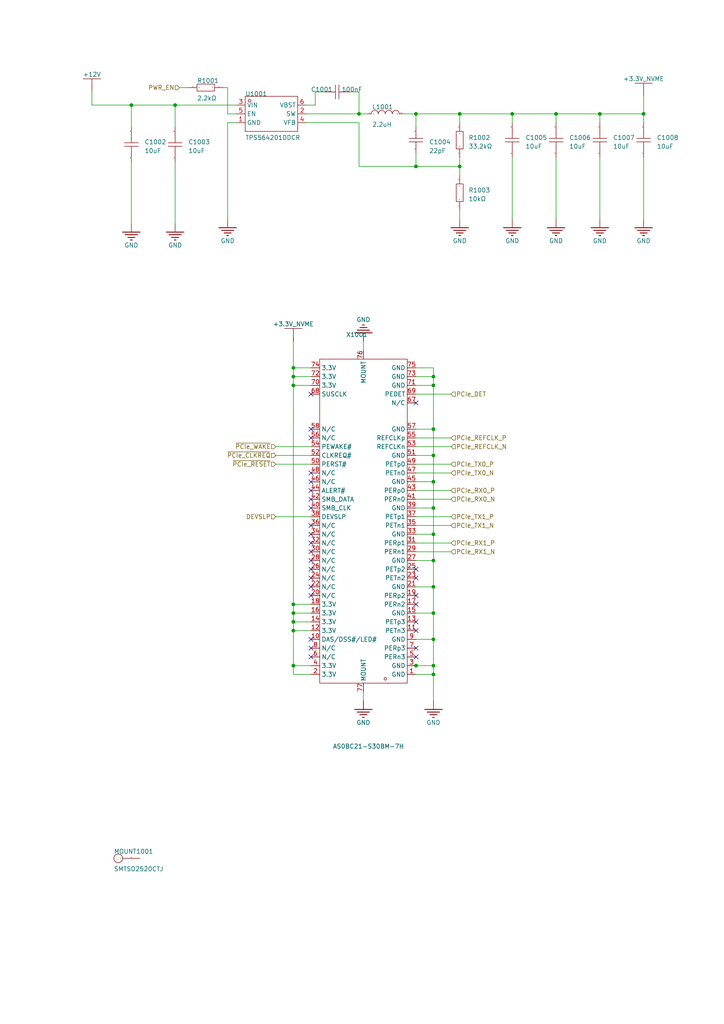
<source format=kicad_sch>
(kicad_sch (version 20250114) (generator "eeschema") (generator_version "9.0")
  (paper "A4" portrait)
  (lib_symbols
    (symbol "mainboard:0402B104K250NT"
      (property "Reference" "C" (at 0 0 0))
      (symbol "0402B104K250NT_1_0"
        (polyline (pts (xy -1.27 0) (xy -0.508 0)))
        (polyline (pts (xy -0.508 2.032) (xy -0.508 -2.032)))
        (polyline (pts (xy 0.508 2.032) (xy 0.508 -2.032)))
        (polyline (pts (xy 0.508 0) (xy 1.27 0)))
        (pin input line (at -3.81 0 0) (length 2.54) (name "1") (number "1"))
        (pin input line (at 3.81 0 180) (length 2.54) (name "2") (number "2"))
      )
    )
    (symbol "mainboard:0402CG220J500NT"
      (property "Reference" "C" (at 0 0 0))
      (symbol "0402CG220J500NT_1_0"
        (polyline (pts (xy -1.27 0) (xy -0.508 0)))
        (polyline (pts (xy -0.508 2.032) (xy -0.508 -2.032)))
        (polyline (pts (xy 0.508 2.032) (xy 0.508 -2.032)))
        (polyline (pts (xy 0.508 0) (xy 1.27 0)))
        (pin input line (at -3.81 0 0) (length 2.54) (name "1") (number "1"))
        (pin input line (at 3.81 0 180) (length 2.54) (name "2") (number "2"))
      )
    )
    (symbol "mainboard:0402WGF3322TCE"
      (property "Reference" "R" (at 0 0 0))
      (symbol "0402WGF3322TCE_1_0"
        (rectangle (start -2.54 -1.016) (end 2.54 1.016))
        (pin input line (at -5.08 0 0) (length 2.54) (name "1") (number "1"))
        (pin input line (at 5.08 0 180) (length 2.54) (name "2") (number "2"))
      )
    )
    (symbol "mainboard:AS0BC21-S30BM-7H"
      (symbol "AS0BC21-S30BM-7H_1_0"
        (rectangle (start -12.7 43.18) (end 12.7 -50.8))
        (circle (center 6.35 -49.53) (radius 0.381))
        (pin input line (at -15.24 40.64 0) (length 2.54) (name "3.3V") (number "74"))
        (pin input line (at -15.24 38.1 0) (length 2.54) (name "3.3V") (number "72"))
        (pin input line (at -15.24 35.56 0) (length 2.54) (name "3.3V") (number "70"))
        (pin input line (at -15.24 33.02 0) (length 2.54) (name "SUSCLK") (number "68"))
        (pin input line (at -15.24 22.86 0) (length 2.54) (name "N/C") (number "58"))
        (pin input line (at -15.24 20.32 0) (length 2.54) (name "N/C") (number "56"))
        (pin input line (at -15.24 17.78 0) (length 2.54) (name "PEWAKE#") (number "54"))
        (pin input line (at -15.24 15.24 0) (length 2.54) (name "CLKREQ#") (number "52"))
        (pin input line (at -15.24 12.7 0) (length 2.54) (name "PERST#") (number "50"))
        (pin input line (at -15.24 10.16 0) (length 2.54) (name "N/C") (number "48"))
        (pin input line (at -15.24 7.5946 0) (length 2.54) (name "N/C") (number "46"))
        (pin input line (at -15.24 5.0546 0) (length 2.54) (name "ALERT#") (number "44"))
        (pin input line (at -15.24 2.5146 0) (length 2.54) (name "SMB_DATA") (number "42"))
        (pin input line (at -15.24 0 0) (length 2.54) (name "SMB_CLK") (number "40"))
        (pin input line (at -15.24 -2.54 0) (length 2.54) (name "DEVSLP") (number "38"))
        (pin input line (at -15.24 -5.08 0) (length 2.54) (name "N/C") (number "36"))
        (pin input line (at -15.24 -7.62 0) (length 2.54) (name "N/C") (number "34"))
        (pin input line (at -15.24 -10.16 0) (length 2.54) (name "N/C") (number "32"))
        (pin input line (at -15.24 -12.7 0) (length 2.54) (name "N/C") (number "30"))
        (pin input line (at -15.24 -15.24 0) (length 2.54) (name "N/C") (number "28"))
        (pin input line (at -15.24 -17.78 0) (length 2.54) (name "N/C") (number "26"))
        (pin input line (at -15.24 -20.32 0) (length 2.54) (name "N/C") (number "24"))
        (pin input line (at -15.24 -22.86 0) (length 2.54) (name "N/C") (number "22"))
        (pin input line (at -15.24 -25.4 0) (length 2.54) (name "N/C") (number "20"))
        (pin input line (at -15.24 -27.94 0) (length 2.54) (name "3.3V") (number "18"))
        (pin input line (at -15.24 -30.48 0) (length 2.54) (name "3.3V") (number "16"))
        (pin input line (at -15.24 -33.02 0) (length 2.54) (name "3.3V") (number "14"))
        (pin input line (at -15.24 -35.56 0) (length 2.54) (name "3.3V") (number "12"))
        (pin input line (at -15.24 -38.1 0) (length 2.54) (name "DAS/DSS#/LED#") (number "10"))
        (pin input line (at -15.2146 -40.64 0) (length 2.54) (name "N/C") (number "8"))
        (pin input line (at -15.2146 -43.18 0) (length 2.54) (name "N/C") (number "6"))
        (pin input line (at -15.2146 -45.72 0) (length 2.54) (name "3.3V") (number "4"))
        (pin input line (at -15.2146 -48.26 0) (length 2.54) (name "3.3V") (number "2"))
        (pin input line (at 0 45.72 270) (length 2.54) (name "MOUNT") (number "76"))
        (pin input line (at 0 -53.34 90) (length 2.54) (name "MOUNT") (number "77"))
        (pin input line (at 15.2146 40.64 180) (length 2.54) (name "GND") (number "75"))
        (pin input line (at 15.2146 38.1 180) (length 2.54) (name "GND") (number "73"))
        (pin input line (at 15.2146 35.56 180) (length 2.54) (name "GND") (number "71"))
        (pin input line (at 15.2146 33.02 180) (length 2.54) (name "PEDET") (number "69"))
        (pin input line (at 15.2146 30.48 180) (length 2.54) (name "N/C") (number "67"))
        (pin input line (at 15.2146 22.86 180) (length 2.54) (name "GND") (number "57"))
        (pin input line (at 15.2146 20.32 180) (length 2.54) (name "REFCLKp") (number "55"))
        (pin input line (at 15.2146 17.78 180) (length 2.54) (name "REFCLKn") (number "53"))
        (pin input line (at 15.2146 15.24 180) (length 2.54) (name "GND") (number "51"))
        (pin input line (at 15.2146 12.7 180) (length 2.54) (name "PETp0") (number "49"))
        (pin input line (at 15.2146 10.16 180) (length 2.54) (name "PETn0") (number "47"))
        (pin input line (at 15.2146 7.62 180) (length 2.54) (name "GND") (number "45"))
        (pin input line (at 15.2146 5.08 180) (length 2.54) (name "PERp0") (number "43"))
        (pin input line (at 15.2146 2.54 180) (length 2.54) (name "PERn0") (number "41"))
        (pin input line (at 15.24 0 180) (length 2.54) (name "GND") (number "39"))
        (pin input line (at 15.24 -2.5146 180) (length 2.54) (name "PETp1") (number "37"))
        (pin input line (at 15.24 -5.0546 180) (length 2.54) (name "PETn1") (number "35"))
        (pin input line (at 15.24 -7.5946 180) (length 2.54) (name "GND") (number "33"))
        (pin input line (at 15.24 -10.1346 180) (length 2.54) (name "PERp1") (number "31"))
        (pin input line (at 15.24 -12.6746 180) (length 2.54) (name "PERn1") (number "29"))
        (pin input line (at 15.24 -15.2146 180) (length 2.54) (name "GND") (number "27"))
        (pin input line (at 15.24 -17.7546 180) (length 2.54) (name "PETp2") (number "25"))
        (pin input line (at 15.24 -20.2946 180) (length 2.54) (name "PETn2") (number "23"))
        (pin input line (at 15.24 -22.86 180) (length 2.54) (name "GND") (number "21"))
        (pin input line (at 15.24 -25.4 180) (length 2.54) (name "PERp2") (number "19"))
        (pin input line (at 15.24 -27.94 180) (length 2.54) (name "PERn2") (number "17"))
        (pin input line (at 15.24 -30.48 180) (length 2.54) (name "GND") (number "15"))
        (pin input line (at 15.24 -33.02 180) (length 2.54) (name "PETp3") (number "13"))
        (pin input line (at 15.24 -35.56 180) (length 2.54) (name "PETn3") (number "11"))
        (pin input line (at 15.24 -38.1 180) (length 2.54) (name "GND") (number "9"))
        (pin input line (at 15.24 -40.64 180) (length 2.54) (name "PERp3") (number "7"))
        (pin input line (at 15.24 -43.18 180) (length 2.54) (name "PERn3") (number "5"))
        (pin input line (at 15.24 -45.72 180) (length 2.54) (name "GND") (number "3"))
        (pin input line (at 15.24 -48.26 180) (length 2.54) (name "GND") (number "1"))
      )
    )
    (symbol "mainboard:CL10A106MA8NRNC"
      (property "Reference" "C" (at 0 0 0))
      (symbol "CL10A106MA8NRNC_1_0"
        (polyline (pts (xy -0.508 0) (xy -2.54 0)))
        (polyline (pts (xy -0.508 -2.032) (xy -0.508 2.032)))
        (polyline (pts (xy 0.508 2.032) (xy 0.508 -2.032)))
        (polyline (pts (xy 2.54 0) (xy 0.508 0)))
        (pin input line (at -5.08 0 0) (length 2.54) (name "1") (number "1"))
        (pin input line (at 5.08 0 180) (length 2.54) (name "2") (number "2"))
      )
    )
    (symbol "mainboard:FTC322512S2R2MBCD"
      (property "Reference" "L" (at 0 0 0))
      (symbol "FTC322512S2R2MBCD_1_0"
        (arc (start -4.064 0) (mid -3.0226 1.016) (end -2.032 0))
        (arc (start -2.032 0) (mid -0.9906 1.016) (end 0 0))
        (arc (start 0 0) (mid 1.016 1.016) (end 2.032 0))
        (arc (start 2.032 0) (mid 3.048 1.016) (end 4.064 0))
        (pin unspecified line (at -5.08 0 0) (length 1.016) (name "1") (number "1"))
        (pin unspecified line (at 5.08 0 180) (length 1.016) (name "2") (number "2"))
      )
    )
    (symbol "mainboard:Ground-GND" (power) (pin_numbers (hide yes)) (pin_names (hide yes))
      (property "Value" "GND" (at 0 -6.35 0))
      (symbol "Ground-GND_1_0"
        (polyline (pts (xy -2.54 -2.54) (xy 2.54 -2.54)) (stroke (width 0.254)))
        (polyline (pts (xy -1.778 -3.302) (xy 1.778 -3.302)) (stroke (width 0.254)))
        (polyline (pts (xy -1.016 -4.064) (xy 1.016 -4.064)) (stroke (width 0.254)))
        (polyline (pts (xy -0.254 -4.826) (xy 0.254 -4.826)) (stroke (width 0.254)))
        (pin power_in line (at 0 0 270) (length 2.54) (name "") (number "1"))
      )
    )
    (symbol "mainboard:Power-5V" (power) (pin_numbers (hide yes)) (pin_names (hide yes))
      (symbol "Power-5V_1_0"
        (polyline (pts (xy -2.54 3.81) (xy 2.54 3.81)))
        (polyline (pts (xy 0 3.81) (xy 0 1.27)))
        (pin power_in line (at 0 0 90) (length 1.27) (name "+3.3V_NVME") (number "1"))
      )
    )
    (symbol "mainboard:RC0402FR-0710KL"
      (property "Reference" "R" (at 0 0 0))
      (symbol "RC0402FR-0710KL_1_0"
        (rectangle (start -2.54 -1.016) (end 2.54 1.016))
        (pin input line (at -5.08 0 0) (length 2.54) (name "1") (number "1"))
        (pin input line (at 5.08 0 180) (length 2.54) (name "2") (number "2"))
      )
    )
    (symbol "mainboard:RC0402FR-072K2L"
      (property "Reference" "R" (at 0 0 0))
      (symbol "RC0402FR-072K2L_1_0"
        (rectangle (start -2.54 -1.016) (end 2.54 1.016))
        (pin input line (at -5.08 0 0) (length 2.54) (name "1") (number "1"))
        (pin input line (at 5.08 0 180) (length 2.54) (name "2") (number "2"))
      )
    )
    (symbol "mainboard:SMTSO2520CTJ"
      (property "Reference" "U" (at 0 0 0))
      (symbol "SMTSO2520CTJ_1_0"
        (circle (center 0 0) (radius 1.27))
        (pin input line (at 6.35 0 180) (length 5.08) (name "1") (number "1"))
      )
    )
    (symbol "mainboard:TPS564201DDCR"
      (symbol "TPS564201DDCR_1_0"
        (rectangle (start -7.62 -5.08) (end 7.62 5.08))
        (circle (center -6.35 3.81) (radius 0.381))
        (pin unspecified line (at -10.16 2.54 0) (length 2.54) (name "VIN") (number "3"))
        (pin unspecified line (at -10.16 0 0) (length 2.54) (name "EN") (number "5"))
        (pin unspecified line (at -10.16 -2.54 0) (length 2.54) (name "GND") (number "1"))
        (pin unspecified line (at 10.16 2.54 180) (length 2.54) (name "VBST") (number "6"))
        (pin unspecified line (at 10.16 0 180) (length 2.54) (name "SW") (number "2"))
        (pin unspecified line (at 10.16 -2.54 180) (length 2.54) (name "VFB") (number "4"))
      )
    )
  )
  (junction (at 125.73 154.94))
  (junction (at 85.09 106.68))
  (junction (at 133.35 33.02))
  (junction (at 148.59 33.02))
  (junction (at 85.09 193.04))
  (junction (at 125.73 139.7))
  (junction (at 125.73 147.32))
  (junction (at 133.35 48.26))
  (junction (at 125.73 195.58))
  (junction (at 104.14 33.02))
  (junction (at 120.6754 193.04))
  (junction (at 125.73 109.22))
  (junction (at 161.29 33.02))
  (junction (at 85.09 109.22))
  (junction (at 125.73 111.76))
  (junction (at 186.69 33.02))
  (junction (at 85.09 111.76))
  (junction (at 125.73 177.8))
  (junction (at 120.65 33.02))
  (junction (at 125.73 162.56))
  (junction (at 125.73 193.04))
  (junction (at 50.8 30.48))
  (junction (at 125.73 124.46))
  (junction (at 85.09 180.34))
  (junction (at 173.99 33.02))
  (junction (at 38.1 30.48))
  (junction (at 125.73 185.42))
  (junction (at 85.09 175.26))
  (junction (at 125.73 132.08))
  (junction (at 125.73 170.18))
  (junction (at 85.09 177.8))
  (junction (at 85.09 182.88))
  (junction (at 120.65 48.26))
  (no_connect (at 90.1954 137.16))
  (no_connect (at 90.1954 127))
  (no_connect (at 90.1954 154.94))
  (no_connect (at 90.1954 114.3))
  (no_connect (at 90.1954 162.56))
  (no_connect (at 120.65 116.84))
  (no_connect (at 90.1954 157.48))
  (no_connect (at 90.1954 139.7254))
  (no_connect (at 90.1954 167.64))
  (no_connect (at 120.6754 187.96))
  (no_connect (at 120.6754 182.88))
  (no_connect (at 120.6754 190.5))
  (no_connect (at 90.1954 147.32))
  (no_connect (at 120.6754 175.26))
  (no_connect (at 90.1954 170.18))
  (no_connect (at 90.2208 187.96))
  (no_connect (at 90.1954 172.72))
  (no_connect (at 120.6754 172.72))
  (no_connect (at 90.1954 142.2654))
  (no_connect (at 120.6754 180.34))
  (no_connect (at 120.6754 167.6146))
  (no_connect (at 90.2208 190.5))
  (no_connect (at 90.1954 144.8054))
  (no_connect (at 90.1954 185.42))
  (no_connect (at 90.1954 160.02))
  (no_connect (at 120.6754 165.0746))
  (no_connect (at 90.1954 165.1))
  (no_connect (at 90.1954 124.46))
  (no_connect (at 90.1954 152.4))
  (wire (pts (xy 130.81 157.48) (xy 120.6754 157.48)))
  (wire (pts (xy 120.65 48.26) (xy 120.65 44.45)))
  (wire (pts (xy 125.73 177.8) (xy 120.6754 177.8)))
  (wire (pts (xy 85.09 177.8) (xy 90.1954 177.8)))
  (wire (pts (xy 125.73 203.2) (xy 125.73 195.58)))
  (wire (pts (xy 26.67 26.67) (xy 26.67 30.48)))
  (wire (pts (xy 120.65 114.3) (xy 130.81 114.3)))
  (wire (pts (xy 125.73 177.8) (xy 125.73 170.18)))
  (wire (pts (xy 125.73 132.08) (xy 125.73 124.46)))
  (wire (pts (xy 125.73 162.56) (xy 120.65 162.56)))
  (wire (pts (xy 85.09 109.22) (xy 85.09 111.76)))
  (wire (pts (xy 173.99 33.02) (xy 173.99 35.56)))
  (wire (pts (xy 125.73 139.7) (xy 120.6754 139.7)))
  (wire (pts (xy 125.73 109.22) (xy 125.73 106.68)))
  (wire (pts (xy 104.14 33.02) (xy 106.68 33.02)))
  (wire (pts (xy 148.59 63.5) (xy 148.59 45.72)))
  (wire (pts (xy 104.14 35.56) (xy 104.14 48.26)))
  (wire (pts (xy 91.44 30.48) (xy 88.9 30.48)))
  (wire (pts (xy 125.73 185.42) (xy 125.73 177.8)))
  (wire (pts (xy 80.01 149.86) (xy 90.17 149.86)))
  (wire (pts (xy 85.09 106.68) (xy 90.17 106.68)))
  (wire (pts (xy 85.09 180.34) (xy 90.1954 180.34)))
  (wire (pts (xy 161.29 63.5) (xy 161.29 45.72)))
  (wire (pts (xy 66.04 25.4) (xy 64.77 25.4)))
  (wire (pts (xy 85.09 175.26) (xy 85.09 177.8)))
  (wire (pts (xy 120.65 33.02) (xy 116.84 33.02)))
  (wire (pts (xy 125.73 111.76) (xy 125.73 109.22)))
  (wire (pts (xy 105.41 101.6) (xy 105.41 99.06)))
  (wire (pts (xy 148.59 33.02) (xy 133.35 33.02)))
  (wire (pts (xy 186.69 63.5) (xy 186.69 45.72)))
  (wire (pts (xy 120.6754 152.4) (xy 130.81 152.4)))
  (wire (pts (xy 93.98 26.67) (xy 91.44 26.67)))
  (wire (pts (xy 85.09 195.58) (xy 90.1954 195.58)))
  (wire (pts (xy 125.73 147.32) (xy 120.6754 147.32)))
  (wire (pts (xy 161.29 33.02) (xy 148.59 33.02)))
  (wire (pts (xy 88.9 33.02) (xy 104.14 33.02)))
  (wire (pts (xy 120.6754 144.78) (xy 130.81 144.78)))
  (wire (pts (xy 125.73 162.56) (xy 125.73 154.94)))
  (wire (pts (xy 85.09 193.04) (xy 90.1954 193.04)))
  (wire (pts (xy 66.04 35.56) (xy 66.04 63.5)))
  (wire (pts (xy 120.65 33.02) (xy 120.65 36.83)))
  (wire (pts (xy 50.8 64.77) (xy 50.8 46.99)))
  (wire (pts (xy 148.59 33.02) (xy 148.59 35.56)))
  (wire (pts (xy 91.44 26.67) (xy 91.44 30.48)))
  (wire (pts (xy 104.14 26.67) (xy 104.14 33.02)))
  (wire (pts (xy 125.73 111.76) (xy 120.65 111.76)))
  (wire (pts (xy 186.69 27.94) (xy 186.69 33.02)))
  (wire (pts (xy 125.73 106.68) (xy 120.65 106.68)))
  (wire (pts (xy 50.8 30.48) (xy 50.8 36.83)))
  (wire (pts (xy 66.04 25.4) (xy 66.04 33.02)))
  (wire (pts (xy 120.65 134.62) (xy 130.81 134.62)))
  (wire (pts (xy 125.73 185.42) (xy 120.6754 185.42)))
  (wire (pts (xy 85.09 182.88) (xy 90.17 182.88)))
  (wire (pts (xy 85.09 99.06) (xy 85.09 106.68)))
  (wire (pts (xy 38.1 30.48) (xy 38.1 36.83)))
  (wire (pts (xy 120.65 127) (xy 130.81 127)))
  (wire (pts (xy 125.73 154.94) (xy 120.6754 154.94)))
  (wire (pts (xy 120.6754 160.02) (xy 130.81 160.02)))
  (wire (pts (xy 133.35 63.5) (xy 133.35 60.96)))
  (wire (pts (xy 133.35 48.26) (xy 133.35 50.8)))
  (wire (pts (xy 125.73 147.32) (xy 125.73 139.7)))
  (wire (pts (xy 85.09 177.8) (xy 85.09 180.34)))
  (wire (pts (xy 101.6 26.67) (xy 104.14 26.67)))
  (wire (pts (xy 120.65 48.26) (xy 104.14 48.26)))
  (wire (pts (xy 125.73 139.7) (xy 125.73 132.08)))
  (wire (pts (xy 85.09 109.22) (xy 90.17 109.22)))
  (wire (pts (xy 133.35 33.02) (xy 133.35 35.56)))
  (wire (pts (xy 120.65 129.54) (xy 130.81 129.54)))
  (wire (pts (xy 125.73 170.18) (xy 125.73 162.56)))
  (wire (pts (xy 50.8 30.48) (xy 68.58 30.48)))
  (wire (pts (xy 133.35 48.26) (xy 133.35 45.72)))
  (wire (pts (xy 120.65 137.16) (xy 130.81 137.16)))
  (wire (pts (xy 125.73 109.22) (xy 120.65 109.22)))
  (wire (pts (xy 133.35 33.02) (xy 120.65 33.02)))
  (wire (pts (xy 173.99 33.02) (xy 186.69 33.02)))
  (wire (pts (xy 125.73 154.94) (xy 125.73 147.32)))
  (wire (pts (xy 173.99 33.02) (xy 161.29 33.02)))
  (wire (pts (xy 186.69 33.02) (xy 186.69 35.56)))
  (wire (pts (xy 85.09 111.76) (xy 90.17 111.76)))
  (wire (pts (xy 80.01 134.62) (xy 90.17 134.62)))
  (wire (pts (xy 68.58 33.02) (xy 66.04 33.02)))
  (wire (pts (xy 38.1 30.48) (xy 50.8 30.48)))
  (wire (pts (xy 80.01 129.54) (xy 90.17 129.54)))
  (wire (pts (xy 68.58 35.56) (xy 66.04 35.56)))
  (wire (pts (xy 125.73 124.46) (xy 125.73 111.76)))
  (wire (pts (xy 88.9 35.56) (xy 104.14 35.56)))
  (wire (pts (xy 85.09 111.76) (xy 85.09 175.26)))
  (wire (pts (xy 125.73 195.58) (xy 120.6754 195.58)))
  (wire (pts (xy 125.73 195.58) (xy 125.73 193.04)))
  (wire (pts (xy 125.73 132.08) (xy 120.65 132.08)))
  (wire (pts (xy 80.01 132.08) (xy 90.17 132.08)))
  (wire (pts (xy 120.6754 193.04) (xy 120.65 193.04)))
  (wire (pts (xy 85.09 175.26) (xy 90.1954 175.26)))
  (wire (pts (xy 161.29 33.02) (xy 161.29 35.56)))
  (wire (pts (xy 120.65 48.26) (xy 133.35 48.26)))
  (wire (pts (xy 173.99 63.5) (xy 173.99 45.72)))
  (wire (pts (xy 120.65 124.46) (xy 125.73 124.46)))
  (wire (pts (xy 52.07 25.4) (xy 54.61 25.4)))
  (wire (pts (xy 125.73 170.18) (xy 120.6754 170.18)))
  (wire (pts (xy 85.09 180.34) (xy 85.09 182.88)))
  (wire (pts (xy 38.1 64.77) (xy 38.1 46.99)))
  (wire (pts (xy 125.73 193.04) (xy 125.73 185.42)))
  (wire (pts (xy 26.67 30.48) (xy 38.1 30.48)))
  (wire (pts (xy 85.09 193.04) (xy 85.09 195.58)))
  (wire (pts (xy 85.09 182.88) (xy 85.09 193.04)))
  (wire (pts (xy 125.73 193.04) (xy 120.6754 193.04)))
  (wire (pts (xy 130.81 142.24) (xy 120.6754 142.24)))
  (wire (pts (xy 130.81 149.86) (xy 120.6754 149.86)))
  (wire (pts (xy 105.41 200.66) (xy 105.41 203.2)))
  (wire (pts (xy 85.09 106.68) (xy 85.09 109.22)))
  (hierarchical_label "PCIe_TX0_P" (shape input) (at 130.81 134.62 0))
  (hierarchical_label "~{PCIe_RESET}" (shape input) (at 80.01 134.62 180))
  (hierarchical_label "DEVSLP" (shape input) (at 80.01 149.86 180))
  (hierarchical_label "PCIe_REFCLK_N" (shape input) (at 130.81 129.54 0))
  (hierarchical_label "~{PCIe_WAKE}" (shape input) (at 80.01 129.54 180))
  (hierarchical_label "PCIe_RX0_N" (shape input) (at 130.81 144.78 0))
  (hierarchical_label "PCIe_RX1_P" (shape input) (at 130.81 157.48 0))
  (hierarchical_label "PCIe_REFCLK_P" (shape input) (at 130.81 127 0))
  (hierarchical_label "PCIe_DET" (shape input) (at 130.81 114.3 0))
  (hierarchical_label "~{PCIe_CLKREQ}" (shape input) (at 80.01 132.08 180))
  (hierarchical_label "PCIe_TX1_P" (shape input) (at 130.81 149.86 0))
  (hierarchical_label "PCIe_RX0_P" (shape input) (at 130.81 142.24 0))
  (hierarchical_label "PCIe_TX0_N" (shape input) (at 130.81 137.16 0))
  (hierarchical_label "PCIe_RX1_N" (shape input) (at 130.81 160.02 0))
  (hierarchical_label "PCIe_TX1_N" (shape input) (at 130.81 152.4 0))
  (hierarchical_label "PWR_EN" (shape input) (at 52.07 25.4 180))
  (symbol (lib_id "mainboard:RC0402FR-0710KL") (at 133.35 55.88 90) (unit 1)
    (property "Reference" "R1003" (at 135.89 55.88 90) (effects (justify right top)))
    (property "Value" "10kΩ" (at 135.89 58.42 90) (effects (justify right top)))
    (property "Footprint" "mainboard:R0402" (effects (hide yes)))
    (property "Datasheet" "https://atta.szlcsc.com/upload/public/pdf/source/20170925/C131467_1506321478108990263.pdf" (effects (hide yes)))
    (property "Description" "Type:Thick Film Resistors Resistance: Tolerance:±1% Tolerance:±1% Power(Watts): Overload Voltage (Max): Temperature Coefficient:±100ppm/°C Temperature Coefficient:±100ppm/°C Operating Temperature Range:-55°C~+155°C Operating Temperature Range:-55°C~+155°C" (effects (hide yes)))
    (property "Manufacturer Part" "RC0402FR-0710KL" (effects (hide yes)))
    (property "Manufacturer" "YAGEO(国巨)" (effects (hide yes)))
    (property "Supplier Part" "C60490" (effects (hide yes)))
    (property "Supplier" "LCSC" (effects (hide yes)))
    (property "LCSC Part Name" "厚膜电阻 10kΩ ±1% 62.5mW" (effects (hide yes)))
  )
  (symbol (lib_id "mainboard:CL10A106MA8NRNC") (at 38.1 41.91 90) (unit 1)
    (property "Reference" "C1002" (at 41.91 41.91 90) (effects (justify right top)))
    (property "Value" "10uF" (at 41.91 44.45 90) (effects (justify right top)))
    (property "Footprint" "mainboard:C0603" (effects (hide yes)))
    (property "Datasheet" "https://atta.szlcsc.com/upload/public/pdf/source/20160218/1457707763339.pdf" (effects (hide yes)))
    (property "Description" "Capacitance: Tolerance:±20% Tolerance:±20% Voltage Rated: Temperature Coefficient:" (effects (hide yes)))
    (property "Manufacturer Part" "CL10A106MA8NRNC" (effects (hide yes)))
    (property "Manufacturer" "SAMSUNG(三星)" (effects (hide yes)))
    (property "Supplier Part" "C96446" (effects (hide yes)))
    (property "Supplier" "LCSC" (effects (hide yes)))
    (property "LCSC Part Name" "10uF ±20% 25V" (effects (hide yes)))
  )
  (symbol (lib_id "mainboard:Ground-GND") (at 173.99 63.5 0) (unit 1)
    (property "Reference" "#PWR01009" (effects (hide yes)))
    (property "Value" "GND" (at 173.99 69.85 0))
    (property "Footprint" "mainboard:" (effects (hide yes)))
  )
  (symbol (lib_id "mainboard:Ground-GND") (at 105.41 99.06 180) (unit 1)
    (property "Reference" "#PWR01012" (effects (hide yes)))
    (property "Value" "GND" (at 105.41 92.71 0))
    (property "Footprint" "mainboard:" (effects (hide yes)))
  )
  (symbol (lib_id "mainboard:CL10A106MA8NRNC") (at 173.99 40.64 90) (unit 1)
    (property "Reference" "C1007" (at 177.8 40.64 90) (effects (justify right top)))
    (property "Value" "10uF" (at 177.8 43.18 90) (effects (justify right top)))
    (property "Footprint" "mainboard:C0603" (effects (hide yes)))
    (property "Datasheet" "https://atta.szlcsc.com/upload/public/pdf/source/20160218/1457707763339.pdf" (effects (hide yes)))
    (property "Description" "Capacitance: Tolerance:±20% Tolerance:±20% Voltage Rated: Temperature Coefficient:" (effects (hide yes)))
    (property "Manufacturer Part" "CL10A106MA8NRNC" (effects (hide yes)))
    (property "Manufacturer" "SAMSUNG(三星)" (effects (hide yes)))
    (property "Supplier Part" "C96446" (effects (hide yes)))
    (property "Supplier" "LCSC" (effects (hide yes)))
    (property "LCSC Part Name" "10uF ±20% 25V" (effects (hide yes)))
  )
  (symbol (lib_id "mainboard:Ground-GND") (at 125.73 203.2 0) (unit 1)
    (property "Reference" "#PWR01014" (effects (hide yes)))
    (property "Value" "GND" (at 125.73 209.55 0))
    (property "Footprint" "mainboard:" (effects (hide yes)))
  )
  (symbol (lib_id "mainboard:Power-5V") (at 85.09 99.06 0) (unit 1)
    (property "Reference" "#PWR01011" (effects (hide yes)))
    (property "Value" "+3.3V_NVME" (at 85.09 93.98 0))
    (property "Footprint" "mainboard:" (effects (hide yes)))
    (property "Description" "Power-5V" (effects (hide yes)))
  )
  (symbol (lib_id "mainboard:AS0BC21-S30BM-7H") (at 105.4354 147.32 0) (unit 1)
    (property "Reference" "X1001" (at 100.3554 97.79 0) (effects (justify left bottom)))
    (property "Value" "AS0BC21-S30BM-7H" (at 96.52 217.17 0) (effects (justify left bottom)))
    (property "Footprint" "mainboard:CONN-SMD_AS0BC21-S30BM-7H" (effects (hide yes)))
    (property "Datasheet" "https://atta.szlcsc.com/upload/public/pdf/source/20210603/C2832351_A0FE7709CFF96E1BD00AC1F23AB3C8B1.pdf" (effects (hide yes)))
    (property "Description" "Connector Type:M.2 Pitch:0.5mm Mounting Style:卧贴 Height Above Board:3mm Operating Temperature Range:-40°C~+80°C Operating Temperature Range:-40°C~+80°C" (effects (hide yes)))
    (property "Manufacturer Part" "AS0BC21-S30BM-7H" (effects (hide yes)))
    (property "Manufacturer" "FOXCONN(富士康)" (effects (hide yes)))
    (property "Supplier Part" "C2832351" (effects (hide yes)))
    (property "Supplier" "LCSC" (effects (hide yes)))
    (property "LCSC Part Name" "0.5mm" (effects (hide yes)))
  )
  (symbol (lib_id "mainboard:0402B104K250NT") (at 97.79 26.67 0) (unit 1)
    (property "Reference" "C1001" (at 90.17 26.67 0) (effects (justify left bottom)))
    (property "Value" "100nF" (at 99.06 26.67 0) (effects (justify left bottom)))
    (property "Footprint" "mainboard:C0402" (effects (hide yes)))
    (property "Datasheet" "https://atta.szlcsc.com/upload/public/pdf/source/20200305/C486355_26A10D38EF8C2A5C37091D0039909270.pdf" (effects (hide yes)))
    (property "Description" "Capacitance:100nF Tolerance:±10% Tolerance:±10% Voltage Rated: Temperature Coefficient:" (effects (hide yes)))
    (property "Manufacturer Part" "0402B104K250NT" (effects (hide yes)))
    (property "Manufacturer" "FH(风华)" (effects (hide yes)))
    (property "Supplier Part" "C56392" (effects (hide yes)))
    (property "Supplier" "LCSC" (effects (hide yes)))
    (property "LCSC Part Name" "100nF ±10% 25V" (effects (hide yes)))
  )
  (symbol (lib_id "mainboard:CL10A106MA8NRNC") (at 186.69 40.64 90) (unit 1)
    (property "Reference" "C1008" (at 190.5 40.64 90) (effects (justify right top)))
    (property "Value" "10uF" (at 190.5 43.18 90) (effects (justify right top)))
    (property "Footprint" "mainboard:C0603" (effects (hide yes)))
    (property "Datasheet" "https://atta.szlcsc.com/upload/public/pdf/source/20160218/1457707763339.pdf" (effects (hide yes)))
    (property "Description" "Capacitance: Tolerance:±20% Tolerance:±20% Voltage Rated: Temperature Coefficient:" (effects (hide yes)))
    (property "Manufacturer Part" "CL10A106MA8NRNC" (effects (hide yes)))
    (property "Manufacturer" "SAMSUNG(三星)" (effects (hide yes)))
    (property "Supplier Part" "C96446" (effects (hide yes)))
    (property "Supplier" "LCSC" (effects (hide yes)))
    (property "LCSC Part Name" "10uF ±20% 25V" (effects (hide yes)))
  )
  (symbol (lib_id "mainboard:CL10A106MA8NRNC") (at 148.59 40.64 90) (unit 1)
    (property "Reference" "C1005" (at 152.4 40.64 90) (effects (justify right top)))
    (property "Value" "10uF" (at 152.4 43.18 90) (effects (justify right top)))
    (property "Footprint" "mainboard:C0603" (effects (hide yes)))
    (property "Datasheet" "https://atta.szlcsc.com/upload/public/pdf/source/20160218/1457707763339.pdf" (effects (hide yes)))
    (property "Description" "Capacitance: Tolerance:±20% Tolerance:±20% Voltage Rated: Temperature Coefficient:" (effects (hide yes)))
    (property "Manufacturer Part" "CL10A106MA8NRNC" (effects (hide yes)))
    (property "Manufacturer" "SAMSUNG(三星)" (effects (hide yes)))
    (property "Supplier Part" "C96446" (effects (hide yes)))
    (property "Supplier" "LCSC" (effects (hide yes)))
    (property "LCSC Part Name" "10uF ±20% 25V" (effects (hide yes)))
  )
  (symbol (lib_id "mainboard:FTC322512S2R2MBCD") (at 111.76 33.02 0) (unit 1)
    (property "Reference" "L1001" (at 107.95 31.75 0) (effects (justify left bottom)))
    (property "Value" "2.2uH" (at 107.95 36.83 0) (effects (justify left bottom)))
    (property "Footprint" "mainboard:IND-SMD_L3.2-W2.5-LQH32CN1R0M53L" (effects (hide yes)))
    (property "Datasheet" "https://atta.szlcsc.com/upload/public/pdf/source/20240521/301CE7579003F51A221BB92B219EDA58.pdf" (effects (hide yes)))
    (property "Description" "Inductance: Tolerance:±20% Tolerance:±20% Rated Current: Saturation Current (Isat):5A DC Resistance (DCR): Type:一体成型电感" (effects (hide yes)))
    (property "Manufacturer Part" "FTC322512S2R2MBCD" (effects (hide yes)))
    (property "Manufacturer" "cjiang(长江微电)" (effects (hide yes)))
    (property "Supplier Part" "C22400409" (effects (hide yes)))
    (property "Supplier" "LCSC" (effects (hide yes)))
    (property "LCSC Part Name" "2.2uH ±20% 5A" (effects (hide yes)))
  )
  (symbol (lib_id "mainboard:Ground-GND") (at 105.41 203.2 0) (unit 1)
    (property "Reference" "#PWR01013" (effects (hide yes)))
    (property "Value" "GND" (at 105.41 209.55 0))
    (property "Footprint" "mainboard:" (effects (hide yes)))
  )
  (symbol (lib_id "mainboard:RC0402FR-072K2L") (at 59.69 25.4 0) (unit 1)
    (property "Reference" "R1001" (at 57.15 24.13 0) (effects (justify left bottom)))
    (property "Value" "2.2kΩ" (at 57.15 29.21 0) (effects (justify left bottom)))
    (property "Footprint" "mainboard:R0402" (effects (hide yes)))
    (property "Datasheet" "https://atta.szlcsc.com/upload/public/pdf/source/20180821/C275644_0D56F95EFF785E7D9A1FEF436B37DA78.pdf" (effects (hide yes)))
    (property "Description" "Type:Thick Film Resistors Resistance: Tolerance:±1% Tolerance:±1% Power(Watts): Overload Voltage (Max): Temperature Coefficient:±100ppm/°C Temperature Coefficient:±100ppm/°C Operating Temperature Range:-55°C~+155°C Operating Temperature Range:-55°C~+155°C" (effects (hide yes)))
    (property "Manufacturer Part" "RC0402FR-072K2L" (effects (hide yes)))
    (property "Manufacturer" "YAGEO(国巨)" (effects (hide yes)))
    (property "Supplier Part" "C114762" (effects (hide yes)))
    (property "Supplier" "LCSC" (effects (hide yes)))
    (property "LCSC Part Name" "厚膜电阻 2.2kΩ ±1% 62.5mW" (effects (hide yes)))
  )
  (symbol (lib_id "mainboard:Ground-GND") (at 148.59 63.5 0) (unit 1)
    (property "Reference" "#PWR01007" (effects (hide yes)))
    (property "Value" "GND" (at 148.59 69.85 0))
    (property "Footprint" "mainboard:" (effects (hide yes)))
  )
  (symbol (lib_id "mainboard:Ground-GND") (at 50.8 64.77 0) (unit 1)
    (property "Reference" "#PWR01004" (effects (hide yes)))
    (property "Value" "GND" (at 50.8 71.12 0))
    (property "Footprint" "mainboard:" (effects (hide yes)))
  )
  (symbol (lib_id "mainboard:SMTSO2520CTJ") (at 34.29 248.92 0) (unit 1)
    (property "Reference" "MOUNT1001" (at 33.02 247.65 0) (effects (justify left bottom)))
    (property "Value" "SMTSO2520CTJ" (at 33.02 252.73 0) (effects (justify left bottom)))
    (property "Footprint" "mainboard:SMD_BD5.6-L5.6-W5.6-D4.1" (effects (hide yes)))
    (property "Datasheet" "https://atta.szlcsc.com/upload/public/pdf/source/20211122/17CF5E24EB4D4DC090A80DE3D7DE5E21.pdf" (effects (hide yes)))
    (property "Description" "specifications:M2.5X2 surface treatment:镀锡 Product Description:- material quality:- model:SMTSO2520CTJ brand:Sinhoo(雄和远景)" (effects (hide yes)))
    (property "Manufacturer Part" "SMTSO2520CTJ" (effects (hide yes)))
    (property "Manufacturer" "Sinhoo(雄和远景)" (effects (hide yes)))
    (property "Supplier Part" "C2915630" (effects (hide yes)))
    (property "Supplier" "LCSC" (effects (hide yes)))
    (property "LCSC Part Name" "雄和远景，电路板表贴圆螺母柱，M2.5X2，铜镀锡,1个" (effects (hide yes)))
  )
  (symbol (lib_id "mainboard:0402CG220J500NT") (at 120.65 40.64 90) (unit 1)
    (property "Reference" "C1004" (at 124.46 41.91 90) (effects (justify right top)))
    (property "Value" "22pF" (at 124.46 44.45 90) (effects (justify right top)))
    (property "Footprint" "mainboard:C0402" (effects (hide yes)))
    (property "Datasheet" "https://atta.szlcsc.com/upload/public/pdf/source/20200305/C486355_26A10D38EF8C2A5C37091D0039909270.pdf" (effects (hide yes)))
    (property "Description" "Capacitance: Tolerance:±5% Tolerance:±5% Voltage Rated: Temperature Coefficient:" (effects (hide yes)))
    (property "Manufacturer Part" "0402CG220J500NT" (effects (hide yes)))
    (property "Manufacturer" "FH(风华)" (effects (hide yes)))
    (property "Supplier Part" "C1555" (effects (hide yes)))
    (property "Supplier" "LCSC" (effects (hide yes)))
    (property "LCSC Part Name" "22pF ±5% 50V" (effects (hide yes)))
  )
  (symbol (lib_id "mainboard:CL10A106MA8NRNC") (at 161.29 40.64 90) (unit 1)
    (property "Reference" "C1006" (at 165.1 40.64 90) (effects (justify right top)))
    (property "Value" "10uF" (at 165.1 43.18 90) (effects (justify right top)))
    (property "Footprint" "mainboard:C0603" (effects (hide yes)))
    (property "Datasheet" "https://atta.szlcsc.com/upload/public/pdf/source/20160218/1457707763339.pdf" (effects (hide yes)))
    (property "Description" "Capacitance: Tolerance:±20% Tolerance:±20% Voltage Rated: Temperature Coefficient:" (effects (hide yes)))
    (property "Manufacturer Part" "CL10A106MA8NRNC" (effects (hide yes)))
    (property "Manufacturer" "SAMSUNG(三星)" (effects (hide yes)))
    (property "Supplier Part" "C96446" (effects (hide yes)))
    (property "Supplier" "LCSC" (effects (hide yes)))
    (property "LCSC Part Name" "10uF ±20% 25V" (effects (hide yes)))
  )
  (symbol (lib_id "mainboard:Power-5V") (at 186.69 27.94 0) (unit 1)
    (property "Reference" "#PWR01002" (effects (hide yes)))
    (property "Value" "+3.3V_NVME" (at 186.69 22.86 0))
    (property "Footprint" "mainboard:" (effects (hide yes)))
    (property "Description" "Power-5V" (effects (hide yes)))
  )
  (symbol (lib_id "mainboard:CL10A106MA8NRNC") (at 50.8 41.91 90) (unit 1)
    (property "Reference" "C1003" (at 54.61 41.91 90) (effects (justify right top)))
    (property "Value" "10uF" (at 54.61 44.45 90) (effects (justify right top)))
    (property "Footprint" "mainboard:C0603" (effects (hide yes)))
    (property "Datasheet" "https://atta.szlcsc.com/upload/public/pdf/source/20160218/1457707763339.pdf" (effects (hide yes)))
    (property "Description" "Capacitance: Tolerance:±20% Tolerance:±20% Voltage Rated: Temperature Coefficient:" (effects (hide yes)))
    (property "Manufacturer Part" "CL10A106MA8NRNC" (effects (hide yes)))
    (property "Manufacturer" "SAMSUNG(三星)" (effects (hide yes)))
    (property "Supplier Part" "C96446" (effects (hide yes)))
    (property "Supplier" "LCSC" (effects (hide yes)))
    (property "LCSC Part Name" "10uF ±20% 25V" (effects (hide yes)))
  )
  (symbol (lib_id "mainboard:Power-5V") (at 26.67 26.67 0) (unit 1)
    (property "Reference" "#PWR01001" (effects (hide yes)))
    (property "Value" "+12V" (at 26.67 21.59 0))
    (property "Footprint" "mainboard:" (effects (hide yes)))
    (property "Description" "Power-5V" (effects (hide yes)))
  )
  (symbol (lib_id "mainboard:Ground-GND") (at 133.35 63.5 0) (unit 1)
    (property "Reference" "#PWR01006" (effects (hide yes)))
    (property "Value" "GND" (at 133.35 69.85 0))
    (property "Footprint" "mainboard:" (effects (hide yes)))
  )
  (symbol (lib_id "mainboard:0402WGF3322TCE") (at 133.35 40.64 90) (unit 1)
    (property "Reference" "R1002" (at 135.89 40.64 90) (effects (justify right top)))
    (property "Value" "33.2kΩ" (at 135.89 43.18 90) (effects (justify right top)))
    (property "Footprint" "mainboard:R0402" (effects (hide yes)))
    (property "Datasheet" "https://atta.szlcsc.com/upload/public/pdf/source/20200306/C422600_1E6D84923E4A46A82E41ADD87F860B5C.pdf" (effects (hide yes)))
    (property "Description" "Type:Thick Film Resistors Resistance:33.2kΩ Tolerance:±1% Tolerance:±1% Power(Watts): Overload Voltage (Max): Temperature Coefficient:±100ppm/°C Temperature Coefficient:±100ppm/°C Operating Temperature Range:-55°C~+155°C Operating Temperature Range:-55°C~+155°C" (effects (hide yes)))
    (property "Manufacturer Part" "0402WGF3322TCE" (effects (hide yes)))
    (property "Manufacturer" "UNI-ROYAL(厚声)" (effects (hide yes)))
    (property "Supplier Part" "C122548" (effects (hide yes)))
    (property "Supplier" "LCSC" (effects (hide yes)))
    (property "LCSC Part Name" "33.2kΩ ±1% 62.5mW 厚膜电阻" (effects (hide yes)))
  )
  (symbol (lib_id "mainboard:Ground-GND") (at 161.29 63.5 0) (unit 1)
    (property "Reference" "#PWR01008" (effects (hide yes)))
    (property "Value" "GND" (at 161.29 69.85 0))
    (property "Footprint" "mainboard:" (effects (hide yes)))
  )
  (symbol (lib_id "mainboard:Ground-GND") (at 66.04 63.5 0) (unit 1)
    (property "Reference" "#PWR01005" (effects (hide yes)))
    (property "Value" "GND" (at 66.04 69.85 0))
    (property "Footprint" "mainboard:" (effects (hide yes)))
  )
  (symbol (lib_id "mainboard:TPS564201DDCR") (at 78.74 33.02 0) (unit 1)
    (property "Reference" "U1001" (at 71.12 27.94 0) (effects (justify left bottom)))
    (property "Value" "TPS564201DDCR" (at 71.12 40.64 0) (effects (justify left bottom)))
    (property "Footprint" "mainboard:SOT-23-6_L2.9-W1.6-P0.95-LS2.8-BL" (effects (hide yes)))
    (property "Datasheet" "https://www.ti.com/cn/lit/gpn/tps564201" (effects (hide yes)))
    (property "Description" "Function:Step-down type Output Type:Adjustable Input Voltage:4.5V~17V Input Voltage:4.5V~17V Output Voltage:760mV~7V Output Voltage:760mV~7V Output Current:4A Switching Frequency:560kHz Switching Frequency:560kHz Operating Temperature:-40°C~+125°C Operating" (effects (hide yes)))
    (property "Manufacturer Part" "TPS564201DDCR" (effects (hide yes)))
    (property "Manufacturer" "TI(德州仪器)" (effects (hide yes)))
    (property "Supplier Part" "C464812" (effects (hide yes)))
    (property "Supplier" "LCSC" (effects (hide yes)))
    (property "LCSC Part Name" "4.5V至17V输入，4A同步降压电压调节器" (effects (hide yes)))
  )
  (symbol (lib_id "mainboard:Ground-GND") (at 38.1 64.77 0) (unit 1)
    (property "Reference" "#PWR01003" (effects (hide yes)))
    (property "Value" "GND" (at 38.1 71.12 0))
    (property "Footprint" "mainboard:" (effects (hide yes)))
  )
  (symbol (lib_id "mainboard:Ground-GND") (at 186.69 63.5 0) (unit 1)
    (property "Reference" "#PWR01010" (effects (hide yes)))
    (property "Value" "GND" (at 186.69 69.85 0))
    (property "Footprint" "mainboard:" (effects (hide yes)))
  )
)
</source>
